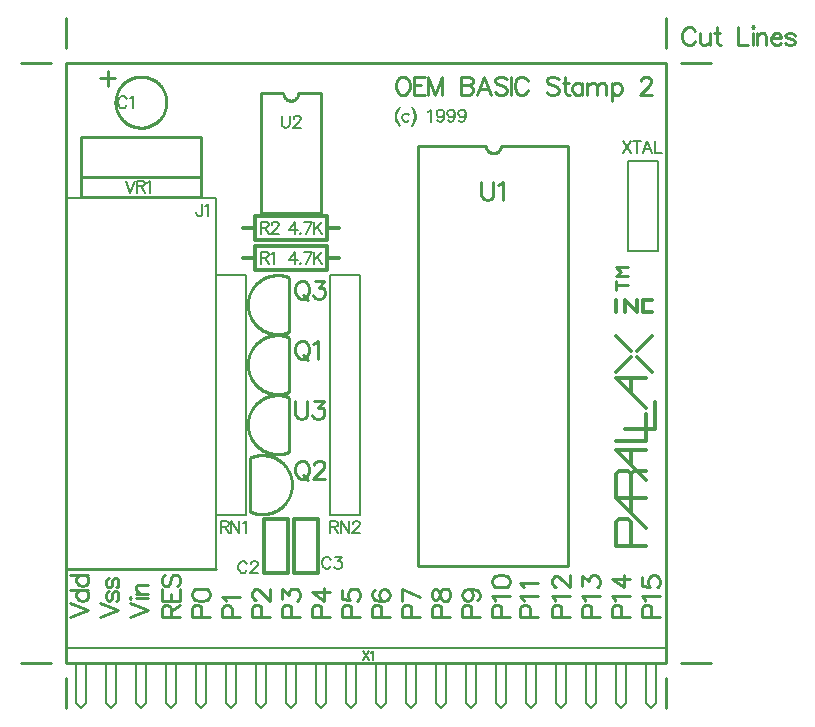
<source format=gto>
*%FSLAX24Y24*%
*%MOIN*%
G01*
%ADD11C,0.0010*%
%ADD12C,0.0050*%
%ADD13C,0.0060*%
%ADD14C,0.0072*%
%ADD15C,0.0073*%
%ADD16C,0.0080*%
%ADD17C,0.0100*%
%ADD18C,0.0120*%
%ADD19C,0.0260*%
%ADD20C,0.0300*%
%ADD21C,0.0350*%
%ADD22C,0.0380*%
%ADD23C,0.0450*%
%ADD24C,0.0500*%
%ADD25C,0.0530*%
%ADD26C,0.0550*%
%ADD27C,0.0580*%
%ADD28C,0.0620*%
%ADD29C,0.0660*%
%ADD30C,0.0700*%
%ADD31C,0.0750*%
%ADD32C,0.0780*%
%ADD33C,0.0830*%
%ADD34C,0.0950*%
%ADD35C,0.1400*%
%ADD36C,0.1800*%
%ADD37C,0.1880*%
%ADD38R,0.0620X0.0620*%
%ADD39R,0.0700X0.0700*%
G54D12*
X98480Y70720D02*
X98680Y70420D01*
X98480D02*
X98680Y70720D01*
X98747Y70663D02*
X98776Y70677D01*
X98819Y70720D01*
Y70420D01*
G54D13*
X99675Y88808D02*
X99713Y88846D01*
X99675Y88808D02*
X99637Y88751D01*
X99599Y88675D01*
X99580Y88579D01*
Y88503D01*
X99599Y88408D01*
X99637Y88332D01*
X99675Y88275D01*
X99713Y88237D01*
X99637Y88732D02*
X99675Y88808D01*
X99637Y88732D02*
X99618Y88675D01*
X99599Y88579D01*
Y88503D01*
X99618Y88408D01*
X99637Y88351D01*
X99675Y88275D01*
X100018Y88579D02*
X99980Y88618D01*
X99942Y88637D01*
X99885D01*
X99847Y88618D01*
X99809Y88579D01*
X99789Y88522D01*
Y88484D01*
X99809Y88427D01*
X99847Y88389D01*
X99885Y88370D01*
X99942D01*
X99980Y88389D01*
X100018Y88427D01*
X100142Y88808D02*
X100104Y88846D01*
X100142Y88808D02*
X100180Y88751D01*
X100218Y88675D01*
X100237Y88579D01*
Y88503D01*
X100218Y88408D01*
X100180Y88332D01*
X100142Y88275D01*
X100104Y88237D01*
X100180Y88732D02*
X100142Y88808D01*
X100180Y88732D02*
X100199Y88675D01*
X100218Y88579D01*
Y88503D01*
X100199Y88408D01*
X100180Y88351D01*
X100142Y88275D01*
X100648Y88694D02*
X100686Y88713D01*
X100744Y88770D01*
Y88370D01*
X101170Y88579D02*
X101189Y88637D01*
X101170Y88579D02*
X101132Y88541D01*
X101075Y88522D01*
X101056D01*
X100999Y88541D01*
X100961Y88579D01*
X100942Y88637D01*
Y88656D01*
X100961Y88713D01*
X100999Y88751D01*
X101056Y88770D01*
X101075D01*
X101132Y88751D01*
X101170Y88713D01*
X101189Y88637D01*
Y88541D01*
X101170Y88446D01*
X101132Y88389D01*
X101075Y88370D01*
X101037D01*
X100980Y88389D01*
X100961Y88427D01*
X101526Y88579D02*
X101545Y88637D01*
X101526Y88579D02*
X101488Y88541D01*
X101431Y88522D01*
X101412D01*
X101355Y88541D01*
X101317Y88579D01*
X101298Y88637D01*
Y88656D01*
X101317Y88713D01*
X101355Y88751D01*
X101412Y88770D01*
X101431D01*
X101488Y88751D01*
X101526Y88713D01*
X101545Y88637D01*
Y88541D01*
X101526Y88446D01*
X101488Y88389D01*
X101431Y88370D01*
X101393D01*
X101336Y88389D01*
X101317Y88427D01*
X101882Y88579D02*
X101901Y88637D01*
X101882Y88579D02*
X101844Y88541D01*
X101787Y88522D01*
X101768D01*
X101711Y88541D01*
X101673Y88579D01*
X101654Y88637D01*
Y88656D01*
X101673Y88713D01*
X101711Y88751D01*
X101768Y88770D01*
X101787D01*
X101844Y88751D01*
X101882Y88713D01*
X101901Y88637D01*
Y88541D01*
X101882Y88446D01*
X101844Y88389D01*
X101787Y88370D01*
X101749D01*
X101692Y88389D01*
X101673Y88427D01*
G54D16*
X93580Y85830D02*
X88580D01*
X93580D02*
Y73470D01*
X107330Y87070D02*
X108330D01*
Y84070D01*
X107330D02*
Y87070D01*
Y84070D02*
X108330D01*
X98380Y75270D02*
X97380D01*
Y83270D01*
X98380D01*
Y75270D01*
X94580D02*
X93580D01*
Y83270D01*
X94580D01*
Y75270D01*
X88580Y70820D02*
Y70320D01*
X108580D01*
Y70820D01*
X89080Y68820D02*
X88913Y68987D01*
X89080Y68820D02*
X89247Y68987D01*
Y70320D01*
X89913D02*
Y68987D01*
X90080Y68820D01*
X90247Y68987D01*
Y70320D01*
X90913D02*
Y68987D01*
X91080Y68820D01*
X91247Y68987D01*
Y70320D01*
X91913D02*
Y68987D01*
X92080Y68820D01*
X92247Y68987D01*
Y70320D01*
X92913D02*
Y68987D01*
X93080Y68820D01*
X93247Y68987D01*
Y70320D01*
X93913D02*
Y68987D01*
X94080Y68820D01*
X94247Y68987D01*
Y70320D01*
X94913D02*
Y68987D01*
X95080Y68820D01*
X95247Y68987D01*
Y70320D01*
X95913D02*
Y68987D01*
X96080Y68820D01*
X96247Y68987D01*
Y70320D01*
X96913D02*
Y68987D01*
X97080Y68820D01*
X97247Y68987D01*
Y70320D01*
X97913D02*
Y68987D01*
X98080Y68820D01*
X98247Y68987D01*
Y70320D01*
X98913D02*
Y68987D01*
X99080Y68820D01*
X99247Y68987D01*
Y70320D01*
X99913D02*
Y68987D01*
X100080Y68820D01*
X100247Y68987D01*
Y70320D01*
X100913D02*
Y68987D01*
X101080Y68820D01*
X101247Y68987D01*
Y70320D01*
X101913D02*
Y68987D01*
X102080Y68820D01*
X102247Y68987D01*
Y70320D01*
X102913D02*
Y68987D01*
X103080Y68820D01*
X103247Y68987D01*
Y70320D01*
X103913D02*
Y68987D01*
X104080Y68820D01*
X104247Y68987D01*
Y70320D01*
X104913D02*
Y68987D01*
X105080Y68820D01*
X105247Y68987D01*
Y70320D01*
X105913D02*
Y68987D01*
X106080Y68820D01*
X106247Y68987D01*
Y70320D01*
X106913D02*
Y68987D01*
X107080Y68820D01*
X107247Y68987D01*
Y70320D01*
X107913D02*
Y68987D01*
X108080Y68820D01*
X108247Y68987D01*
Y70320D01*
X89330Y70820D02*
X88580D01*
X89330D02*
X108580D01*
X88913Y70320D02*
Y68987D01*
X96020Y84763D02*
X96210Y85030D01*
X96306Y84763D02*
X96020D01*
X96210Y84630D02*
Y85030D01*
X96395Y84668D02*
X96376Y84649D01*
X96395Y84630D01*
X96414Y84649D01*
X96395Y84668D01*
X96578Y84630D02*
X96768Y85030D01*
X96502D01*
X96858D02*
Y84630D01*
Y84763D02*
X97125Y85030D01*
X96953Y84859D02*
X97125Y84630D01*
X95070Y84630D02*
Y85030D01*
X95241D01*
X95299Y85011D01*
X95318Y84992D01*
X95337Y84954D01*
Y84915D01*
X95318Y84877D01*
X95299Y84858D01*
X95241Y84839D01*
X95070D01*
X95203D02*
X95337Y84630D01*
X95445Y84935D02*
Y84954D01*
X95464Y84992D01*
X95483Y85011D01*
X95521Y85030D01*
X95598D01*
X95636Y85011D01*
X95655Y84992D01*
X95674Y84954D01*
Y84915D01*
X95655Y84877D01*
X95617Y84820D01*
X95426Y84630D01*
X95693D01*
X90732Y86000D02*
X90580Y86400D01*
X90885D02*
X90732Y86000D01*
X90936D02*
Y86400D01*
X91108D01*
X91165Y86381D01*
X91184Y86362D01*
X91203Y86324D01*
Y86285D01*
X91184Y86247D01*
X91165Y86228D01*
X91108Y86209D01*
X90936D01*
X91069D02*
X91203Y86000D01*
X91292Y86324D02*
X91330Y86343D01*
X91387Y86400D01*
Y86000D01*
X95780Y88284D02*
Y88570D01*
Y88284D02*
X95799Y88227D01*
X95837Y88189D01*
X95894Y88170D01*
X95932D01*
X95989Y88189D01*
X96028Y88227D01*
X96047Y88284D01*
Y88570D01*
X96176Y88494D02*
Y88475D01*
Y88494D02*
X96195Y88532D01*
X96214Y88551D01*
X96252Y88570D01*
X96328D01*
X96367Y88551D01*
X96386Y88532D01*
X96405Y88494D01*
Y88455D01*
X96386Y88417D01*
X96348Y88360D01*
X96157Y88170D01*
X96424D01*
X93120Y85620D02*
Y85315D01*
X93101Y85258D01*
X93082Y85239D01*
X93044Y85220D01*
X93006D01*
X92968Y85239D01*
X92949Y85258D01*
X92930Y85315D01*
Y85353D01*
X93223Y85544D02*
X93261Y85563D01*
X93318Y85620D01*
Y85220D01*
X107140Y87710D02*
X107407Y87310D01*
X107140D02*
X107407Y87710D01*
X107629D02*
Y87310D01*
X107496Y87710D02*
X107763D01*
X107963D02*
X108115Y87310D01*
X107810D02*
X107963Y87710D01*
X107867Y87443D02*
X108058D01*
X108208Y87310D02*
Y87710D01*
Y87310D02*
X108437D01*
X96210Y84030D02*
X96020Y83763D01*
X96306D01*
X96210Y83630D02*
Y84030D01*
X96395Y83668D02*
X96376Y83649D01*
X96395Y83630D01*
X96414Y83649D01*
X96395Y83668D01*
X96578Y83630D02*
X96768Y84030D01*
X96502D01*
X96858D02*
Y83630D01*
Y83763D02*
X97125Y84030D01*
X96953Y83859D02*
X97125Y83630D01*
X95070Y83630D02*
Y84030D01*
X95241D01*
X95299Y84011D01*
X95318Y83992D01*
X95337Y83954D01*
Y83915D01*
X95318Y83877D01*
X95299Y83858D01*
X95241Y83839D01*
X95070D01*
X95203D02*
X95337Y83630D01*
X95426Y83954D02*
X95464Y83973D01*
X95521Y84030D01*
Y83630D01*
X97390Y75060D02*
Y74660D01*
Y75060D02*
X97561D01*
X97619Y75041D01*
X97638Y75022D01*
X97657Y74984D01*
Y74945D01*
X97638Y74907D01*
X97619Y74888D01*
X97561Y74869D01*
X97390D01*
X97523D02*
X97657Y74660D01*
X97746D02*
Y75060D01*
X98013Y74660D01*
Y75060D01*
X98142Y74984D02*
Y74965D01*
Y74984D02*
X98161Y75022D01*
X98180Y75041D01*
X98218Y75060D01*
X98295D01*
X98333Y75041D01*
X98352Y75022D01*
X98371Y74984D01*
Y74945D01*
X98352Y74907D01*
X98314Y74850D01*
X98123Y74660D01*
X98390D01*
X93740D02*
Y75060D01*
X93911D01*
X93969Y75041D01*
X93988Y75022D01*
X94007Y74984D01*
Y74945D01*
X93988Y74907D01*
X93969Y74888D01*
X93911Y74869D01*
X93740D01*
X93873D02*
X94007Y74660D01*
X94096D02*
Y75060D01*
X94363Y74660D01*
Y75060D01*
X94473Y74984D02*
X94511Y75003D01*
X94568Y75060D01*
Y74660D01*
X90606Y89125D02*
X90587Y89163D01*
X90549Y89201D01*
X90510Y89220D01*
X90434D01*
X90396Y89201D01*
X90358Y89163D01*
X90339Y89125D01*
X90320Y89067D01*
Y88972D01*
X90339Y88915D01*
X90358Y88877D01*
X90396Y88839D01*
X90434Y88820D01*
X90510D01*
X90549Y88839D01*
X90587Y88877D01*
X90606Y88915D01*
X90718Y89144D02*
X90756Y89163D01*
X90813Y89220D01*
Y88820D01*
X97392Y73808D02*
X97411Y73770D01*
X97392Y73808D02*
X97354Y73846D01*
X97316Y73865D01*
X97240D01*
X97201Y73846D01*
X97163Y73808D01*
X97144Y73770D01*
X97125Y73713D01*
Y73618D01*
X97144Y73561D01*
X97163Y73522D01*
X97201Y73484D01*
X97240Y73465D01*
X97316D01*
X97354Y73484D01*
X97392Y73522D01*
X97411Y73561D01*
X97561Y73865D02*
X97771D01*
X97657Y73713D01*
X97714D01*
X97752Y73694D01*
X97771Y73675D01*
X97790Y73618D01*
Y73580D01*
X97771Y73522D01*
X97733Y73484D01*
X97676Y73465D01*
X97619D01*
X97561Y73484D01*
X97542Y73503D01*
X97523Y73541D01*
X94616Y73625D02*
X94597Y73663D01*
X94559Y73701D01*
X94520Y73720D01*
X94444D01*
X94406Y73701D01*
X94368Y73663D01*
X94349Y73625D01*
X94330Y73568D01*
Y73472D01*
X94349Y73415D01*
X94368Y73377D01*
X94406Y73339D01*
X94444Y73320D01*
X94520D01*
X94559Y73339D01*
X94597Y73377D01*
X94616Y73415D01*
X94747Y73625D02*
Y73644D01*
X94766Y73682D01*
X94785Y73701D01*
X94823Y73720D01*
X94899D01*
X94937Y73701D01*
X94957Y73682D01*
X94976Y73644D01*
Y73606D01*
X94957Y73568D01*
X94918Y73510D01*
X94728Y73320D01*
X94995D01*
G54D17*
X89080Y85870D02*
Y87870D01*
X93080D01*
Y86520D02*
X89080D01*
X93080Y85870D02*
Y87870D01*
Y85870D02*
X89080D01*
X100330Y87570D02*
Y73570D01*
X105330D01*
Y87570D01*
X103080D01*
X102580D02*
X100330D01*
X93580Y73470D02*
X88580D01*
Y85830D01*
X96030Y81170D02*
Y79370D01*
Y81370D02*
Y83170D01*
X94730Y77170D02*
Y75370D01*
X96030Y77370D02*
Y79170D01*
X88580Y70320D02*
X108580D01*
X88580D02*
Y90320D01*
X108580D01*
Y70320D01*
Y90820D02*
Y91820D01*
X109080Y90320D02*
X110080D01*
X107330Y83520D02*
X106930D01*
X107080Y83370D01*
X106930Y83220D01*
X107330D01*
X106930Y83070D02*
Y82770D01*
Y82920D02*
X107330D01*
X89980Y89570D02*
Y90070D01*
X89730Y89820D02*
X90230D01*
X109080Y70320D02*
X110080D01*
X108580Y69820D02*
Y68820D01*
X88080Y70320D02*
X87080D01*
X88580Y69820D02*
Y68820D01*
Y90820D02*
Y91820D01*
X88080Y90320D02*
X87080D01*
X95080Y89320D02*
X95830D01*
X96330D02*
X97080D01*
Y85320D01*
X95080D01*
Y89320D01*
X102430Y86370D02*
Y85941D01*
X102459Y85856D01*
X102516Y85798D01*
X102601Y85770D01*
X102659D01*
X102744Y85798D01*
X102801Y85856D01*
X102830Y85941D01*
Y86370D01*
X102996Y86255D02*
X103053Y86284D01*
X103138Y86370D01*
Y85770D01*
X104044Y72127D02*
Y71870D01*
Y72127D02*
X104016Y72213D01*
X103987Y72241D01*
X103930Y72270D01*
X103844D01*
X103787Y72241D01*
X103759Y72213D01*
X103730Y72127D01*
Y71870D01*
X104330D01*
X103844Y72404D02*
X103816Y72461D01*
X103730Y72547D01*
X104330D01*
X103844Y72844D02*
X103816Y72901D01*
X103730Y72987D01*
X104330D01*
X100094Y72127D02*
Y71870D01*
Y72127D02*
X100066Y72213D01*
X100037Y72241D01*
X99980Y72270D01*
X99894D01*
X99837Y72241D01*
X99809Y72213D01*
X99780Y72127D01*
Y71870D01*
X100380D01*
Y72518D02*
X99780Y72804D01*
Y72404D01*
X93094Y72127D02*
Y71870D01*
Y72127D02*
X93066Y72213D01*
X93037Y72241D01*
X92980Y72270D01*
X92894D01*
X92837Y72241D01*
X92809Y72213D01*
X92780Y72127D01*
Y71870D01*
X93380D01*
X92809Y72490D02*
X92780Y72576D01*
X92809Y72490D02*
X92894Y72433D01*
X93037Y72404D01*
X93123D01*
X93266Y72433D01*
X93351Y72490D01*
X93380Y72576D01*
Y72633D01*
X93351Y72718D01*
X93266Y72776D01*
X93123Y72804D01*
X93037D01*
X92894Y72776D01*
X92809Y72718D01*
X92780Y72633D01*
Y72576D01*
X96230Y78641D02*
Y79070D01*
Y78641D02*
X96259Y78556D01*
X96316Y78499D01*
X96401Y78470D01*
X96459D01*
X96544Y78499D01*
X96601Y78556D01*
X96630Y78641D01*
Y79070D01*
X96853D02*
X97167D01*
X96996Y78841D01*
X97081D01*
X97138Y78813D01*
X97167Y78784D01*
X97196Y78699D01*
Y78641D01*
X97167Y78556D01*
X97110Y78499D01*
X97024Y78470D01*
X96938D01*
X96853Y78499D01*
X96824Y78527D01*
X96796Y78584D01*
X96344Y83041D02*
X96401Y83070D01*
X96344Y83041D02*
X96287Y82984D01*
X96259Y82927D01*
X96230Y82841D01*
Y82699D01*
X96259Y82613D01*
X96287Y82556D01*
X96344Y82499D01*
X96401Y82470D01*
X96516D01*
X96573Y82499D01*
X96630Y82556D01*
X96658Y82613D01*
X96687Y82699D01*
Y82841D01*
X96658Y82927D01*
X96630Y82984D01*
X96573Y83041D01*
X96516Y83070D01*
X96401D01*
X96487Y82584D02*
X96658Y82413D01*
X96884Y83070D02*
X97198D01*
X97027Y82841D01*
X97113D01*
X97170Y82813D01*
X97198Y82784D01*
X97227Y82699D01*
Y82641D01*
X97198Y82556D01*
X97141Y82499D01*
X97056Y82470D01*
X96970D01*
X96884Y82499D01*
X96856Y82527D01*
X96827Y82584D01*
X96401Y77070D02*
X96344Y77041D01*
X96287Y76984D01*
X96259Y76927D01*
X96230Y76841D01*
Y76699D01*
X96259Y76613D01*
X96287Y76556D01*
X96344Y76499D01*
X96401Y76470D01*
X96516D01*
X96573Y76499D01*
X96630Y76556D01*
X96658Y76613D01*
X96687Y76699D01*
Y76841D01*
X96658Y76927D01*
X96630Y76984D01*
X96573Y77041D01*
X96516Y77070D01*
X96401D01*
X96487Y76584D02*
X96658Y76413D01*
X96856Y76927D02*
Y76956D01*
X96884Y77013D01*
X96913Y77041D01*
X96970Y77070D01*
X97084D01*
X97141Y77041D01*
X97170Y77013D01*
X97198Y76956D01*
Y76898D01*
X97170Y76841D01*
X97113Y76756D01*
X96827Y76470D01*
X97227D01*
X96344Y81041D02*
X96401Y81070D01*
X96344Y81041D02*
X96287Y80984D01*
X96259Y80927D01*
X96230Y80841D01*
Y80699D01*
X96259Y80613D01*
X96287Y80556D01*
X96344Y80499D01*
X96401Y80470D01*
X96516D01*
X96573Y80499D01*
X96630Y80556D01*
X96658Y80613D01*
X96687Y80699D01*
Y80841D01*
X96658Y80927D01*
X96630Y80984D01*
X96573Y81041D01*
X96516Y81070D01*
X96401D01*
X96487Y80584D02*
X96658Y80413D01*
X96827Y80956D02*
X96884Y80984D01*
X96970Y81070D01*
Y80470D01*
X109558Y91377D02*
X109530Y91434D01*
X109473Y91491D01*
X109416Y91520D01*
X109301D01*
X109244Y91491D01*
X109187Y91434D01*
X109159Y91377D01*
X109130Y91291D01*
Y91149D01*
X109159Y91063D01*
X109187Y91006D01*
X109244Y90949D01*
X109301Y90920D01*
X109416D01*
X109473Y90949D01*
X109530Y91006D01*
X109558Y91063D01*
X109727Y91034D02*
Y91320D01*
Y91034D02*
X109756Y90949D01*
X109813Y90920D01*
X109898D01*
X109956Y90949D01*
X110041Y91034D01*
Y90920D02*
Y91320D01*
X110284Y91520D02*
Y91034D01*
X110313Y90949D01*
X110370Y90920D01*
X110427D01*
X110398Y91320D02*
X110198D01*
X110984Y91520D02*
Y90920D01*
X111327D01*
X111478Y91491D02*
X111450Y91520D01*
X111478Y91491D02*
X111507Y91520D01*
X111478Y91548D01*
X111450Y91520D01*
X111478Y91320D02*
Y90920D01*
X111612D02*
Y91320D01*
X111698Y91291D02*
X111612Y91206D01*
X111698Y91291D02*
X111755Y91320D01*
X111841D01*
X111898Y91291D01*
X111927Y91206D01*
Y90920D01*
X112084Y91149D02*
X112426D01*
Y91206D01*
X112398Y91263D01*
X112369Y91291D01*
X112312Y91320D01*
X112226D01*
X112169Y91291D01*
X112112Y91234D01*
X112084Y91149D01*
Y91091D01*
X112112Y91006D01*
X112169Y90949D01*
X112226Y90920D01*
X112312D01*
X112369Y90949D01*
X112426Y91006D01*
X112869Y91234D02*
X112841Y91291D01*
X112755Y91320D01*
X112669D01*
X112584Y91291D01*
X112555Y91234D01*
X112584Y91177D01*
X112641Y91149D01*
X112784Y91120D01*
X112841Y91091D01*
X112869Y91034D01*
Y91006D01*
X112841Y90949D01*
X112755Y90920D01*
X112669D01*
X112584Y90949D01*
X112555Y91006D01*
X92380Y71870D02*
X91780D01*
Y72127D01*
X91809Y72213D01*
X91837Y72241D01*
X91894Y72270D01*
X91952D01*
X92009Y72241D01*
X92037Y72213D01*
X92066Y72127D01*
Y71870D01*
Y72070D02*
X92380Y72270D01*
X91780Y72404D02*
Y72776D01*
Y72404D02*
X92380D01*
Y72776D01*
X92066Y72633D02*
Y72404D01*
X91809Y73218D02*
X91866Y73275D01*
X91809Y73218D02*
X91780Y73133D01*
Y73018D01*
X91809Y72933D01*
X91866Y72876D01*
X91923D01*
X91980Y72904D01*
X92009Y72933D01*
X92037Y72990D01*
X92094Y73161D01*
X92123Y73218D01*
X92151Y73247D01*
X92209Y73275D01*
X92294D01*
X92351Y73218D01*
X92380Y73133D01*
Y73018D01*
X92351Y72933D01*
X92294Y72876D01*
X91330Y72099D02*
X90730Y71870D01*
Y72327D02*
X91330Y72099D01*
X90759Y72490D02*
X90730Y72461D01*
X90759Y72490D02*
X90730Y72518D01*
X90702Y72490D01*
X90730Y72461D01*
X90930Y72490D02*
X91330D01*
Y72624D02*
X90930D01*
X90959Y72710D02*
X91044Y72624D01*
X90959Y72710D02*
X90930Y72767D01*
Y72853D01*
X90959Y72910D01*
X91044Y72938D01*
X91330D01*
X90330Y72099D02*
X89730Y71870D01*
Y72327D02*
X90330Y72099D01*
X90016Y72718D02*
X89959Y72690D01*
X89930Y72604D01*
Y72518D01*
X89959Y72433D01*
X90016Y72404D01*
X90073Y72433D01*
X90101Y72490D01*
X90130Y72633D01*
X90159Y72690D01*
X90216Y72718D01*
X90244D01*
X90301Y72690D01*
X90330Y72604D01*
Y72518D01*
X90301Y72433D01*
X90244Y72404D01*
X89959Y73130D02*
X90016Y73158D01*
X89959Y73130D02*
X89930Y73044D01*
Y72958D01*
X89959Y72873D01*
X90016Y72844D01*
X90073Y72873D01*
X90101Y72930D01*
X90130Y73073D01*
X90159Y73130D01*
X90216Y73158D01*
X90244D01*
X90301Y73130D01*
X90330Y73044D01*
Y72958D01*
X90301Y72873D01*
X90244Y72844D01*
X89330Y72099D02*
X88730Y71870D01*
Y72327D02*
X89330Y72099D01*
Y72747D02*
X88730D01*
X88959Y72690D02*
X89016Y72747D01*
X88959Y72690D02*
X88930Y72633D01*
Y72547D01*
X88959Y72490D01*
X89016Y72433D01*
X89101Y72404D01*
X89159D01*
X89244Y72433D01*
X89301Y72490D01*
X89330Y72547D01*
Y72633D01*
X89301Y72690D01*
X89244Y72747D01*
X89330Y73250D02*
X88730D01*
X88959Y73193D02*
X89016Y73250D01*
X88959Y73193D02*
X88930Y73135D01*
Y73050D01*
X88959Y72993D01*
X89016Y72935D01*
X89101Y72907D01*
X89159D01*
X89244Y72935D01*
X89301Y72993D01*
X89330Y73050D01*
Y73135D01*
X89301Y73193D01*
X89244Y73250D01*
X94103Y72118D02*
Y71861D01*
Y72118D02*
X94075Y72204D01*
X94046Y72233D01*
X93989Y72261D01*
X93903D01*
X93846Y72233D01*
X93817Y72204D01*
X93789Y72118D01*
Y71861D01*
X94389D01*
X93903Y72395D02*
X93875Y72453D01*
X93789Y72538D01*
X94389D01*
X95094Y72127D02*
Y71870D01*
Y72127D02*
X95066Y72213D01*
X95037Y72241D01*
X94980Y72270D01*
X94894D01*
X94837Y72241D01*
X94809Y72213D01*
X94780Y72127D01*
Y71870D01*
X95380D01*
X94923Y72433D02*
X94894D01*
X94837Y72461D01*
X94809Y72490D01*
X94780Y72547D01*
Y72661D01*
X94809Y72718D01*
X94837Y72747D01*
X94894Y72776D01*
X94952D01*
X95009Y72747D01*
X95094Y72690D01*
X95380Y72404D01*
Y72804D01*
X96094Y72127D02*
Y71870D01*
Y72127D02*
X96066Y72213D01*
X96037Y72241D01*
X95980Y72270D01*
X95894D01*
X95837Y72241D01*
X95809Y72213D01*
X95780Y72127D01*
Y71870D01*
X96380D01*
X95780Y72461D02*
Y72776D01*
X96009Y72604D01*
Y72690D01*
X96037Y72747D01*
X96066Y72776D01*
X96151Y72804D01*
X96209D01*
X96294Y72776D01*
X96351Y72718D01*
X96380Y72633D01*
Y72547D01*
X96351Y72461D01*
X96323Y72433D01*
X96266Y72404D01*
X97094Y72127D02*
Y71870D01*
Y72127D02*
X97066Y72213D01*
X97037Y72241D01*
X96980Y72270D01*
X96894D01*
X96837Y72241D01*
X96809Y72213D01*
X96780Y72127D01*
Y71870D01*
X97380D01*
X97180Y72404D02*
X96780Y72690D01*
X97180Y72833D02*
Y72404D01*
X97380Y72690D02*
X96780D01*
X98094Y72127D02*
Y71870D01*
Y72127D02*
X98066Y72213D01*
X98037Y72241D01*
X97980Y72270D01*
X97894D01*
X97837Y72241D01*
X97809Y72213D01*
X97780Y72127D01*
Y71870D01*
X98380D01*
X97780Y72461D02*
Y72747D01*
Y72461D02*
X98037Y72433D01*
X98009Y72461D01*
X97980Y72547D01*
Y72633D01*
X98009Y72718D01*
X98066Y72776D01*
X98151Y72804D01*
X98209D01*
X98294Y72776D01*
X98351Y72718D01*
X98380Y72633D01*
Y72547D01*
X98351Y72461D01*
X98323Y72433D01*
X98266Y72404D01*
X99094Y72127D02*
Y71870D01*
Y72127D02*
X99066Y72213D01*
X99037Y72241D01*
X98980Y72270D01*
X98894D01*
X98837Y72241D01*
X98809Y72213D01*
X98780Y72127D01*
Y71870D01*
X99380D01*
X98866Y72747D02*
X98809Y72718D01*
X98780Y72633D01*
Y72576D01*
X98809Y72490D01*
X98894Y72433D01*
X99037Y72404D01*
X99180D01*
X99294Y72433D01*
X99351Y72490D01*
X99380Y72576D01*
Y72604D01*
X99351Y72690D01*
X99294Y72747D01*
X99209Y72776D01*
X99180D01*
X99094Y72747D01*
X99037Y72690D01*
X99009Y72604D01*
Y72576D01*
X99037Y72490D01*
X99094Y72433D01*
X99180Y72404D01*
X101094Y72127D02*
Y71870D01*
Y72127D02*
X101066Y72213D01*
X101037Y72241D01*
X100980Y72270D01*
X100894D01*
X100837Y72241D01*
X100809Y72213D01*
X100780Y72127D01*
Y71870D01*
X101380D01*
X100809Y72461D02*
X100780Y72547D01*
X100809Y72461D02*
X100866Y72433D01*
X100923D01*
X100980Y72461D01*
X101009Y72518D01*
X101037Y72633D01*
X101066Y72718D01*
X101123Y72776D01*
X101180Y72804D01*
X101266D01*
X101323Y72776D01*
X101351Y72747D01*
X101380Y72661D01*
Y72547D01*
X101351Y72461D01*
X101323Y72433D01*
X101266Y72404D01*
X101180D01*
X101123Y72433D01*
X101066Y72490D01*
X101037Y72576D01*
X101009Y72690D01*
X100980Y72747D01*
X100923Y72776D01*
X100866D01*
X100809Y72747D01*
X100780Y72661D01*
Y72547D01*
X102094Y72127D02*
Y71870D01*
Y72127D02*
X102066Y72213D01*
X102037Y72241D01*
X101980Y72270D01*
X101894D01*
X101837Y72241D01*
X101809Y72213D01*
X101780Y72127D01*
Y71870D01*
X102380D01*
X102066Y72747D02*
X101980Y72776D01*
X102066Y72747D02*
X102123Y72690D01*
X102151Y72604D01*
Y72576D01*
X102123Y72490D01*
X102066Y72433D01*
X101980Y72404D01*
X101952D01*
X101866Y72433D01*
X101809Y72490D01*
X101780Y72576D01*
Y72604D01*
X101809Y72690D01*
X101866Y72747D01*
X101980Y72776D01*
X102123D01*
X102266Y72747D01*
X102351Y72690D01*
X102380Y72604D01*
Y72547D01*
X102351Y72461D01*
X102294Y72433D01*
X103094Y72127D02*
Y71870D01*
Y72127D02*
X103066Y72213D01*
X103037Y72241D01*
X102980Y72270D01*
X102894D01*
X102837Y72241D01*
X102809Y72213D01*
X102780Y72127D01*
Y71870D01*
X103380D01*
X102894Y72404D02*
X102866Y72461D01*
X102780Y72547D01*
X103380D01*
X102809Y72930D02*
X102780Y73015D01*
X102809Y72930D02*
X102894Y72873D01*
X103037Y72844D01*
X103123D01*
X103266Y72873D01*
X103351Y72930D01*
X103380Y73015D01*
Y73073D01*
X103351Y73158D01*
X103266Y73215D01*
X103123Y73244D01*
X103037D01*
X102894Y73215D01*
X102809Y73158D01*
X102780Y73073D01*
Y73015D01*
X105094Y72127D02*
Y71870D01*
Y72127D02*
X105066Y72213D01*
X105037Y72241D01*
X104980Y72270D01*
X104894D01*
X104837Y72241D01*
X104809Y72213D01*
X104780Y72127D01*
Y71870D01*
X105380D01*
X104894Y72404D02*
X104866Y72461D01*
X104780Y72547D01*
X105380D01*
X104923Y72873D02*
X104894D01*
X104837Y72901D01*
X104809Y72930D01*
X104780Y72987D01*
Y73101D01*
X104809Y73158D01*
X104837Y73187D01*
X104894Y73215D01*
X104952D01*
X105009Y73187D01*
X105094Y73130D01*
X105380Y72844D01*
Y73244D01*
X106094Y72127D02*
Y71870D01*
Y72127D02*
X106066Y72213D01*
X106037Y72241D01*
X105980Y72270D01*
X105894D01*
X105837Y72241D01*
X105809Y72213D01*
X105780Y72127D01*
Y71870D01*
X106380D01*
X105894Y72404D02*
X105866Y72461D01*
X105780Y72547D01*
X106380D01*
X105780Y72901D02*
Y73215D01*
X106009Y73044D01*
Y73130D01*
X106037Y73187D01*
X106066Y73215D01*
X106151Y73244D01*
X106209D01*
X106294Y73215D01*
X106351Y73158D01*
X106380Y73073D01*
Y72987D01*
X106351Y72901D01*
X106323Y72873D01*
X106266Y72844D01*
X107094Y72127D02*
Y71870D01*
Y72127D02*
X107066Y72213D01*
X107037Y72241D01*
X106980Y72270D01*
X106894D01*
X106837Y72241D01*
X106809Y72213D01*
X106780Y72127D01*
Y71870D01*
X107380D01*
X106894Y72404D02*
X106866Y72461D01*
X106780Y72547D01*
X107380D01*
X107180Y72844D02*
X106780Y73130D01*
X107180Y73273D02*
Y72844D01*
X107380Y73130D02*
X106780D01*
X108094Y72127D02*
Y71870D01*
Y72127D02*
X108066Y72213D01*
X108037Y72241D01*
X107980Y72270D01*
X107894D01*
X107837Y72241D01*
X107809Y72213D01*
X107780Y72127D01*
Y71870D01*
X108380D01*
X107894Y72404D02*
X107866Y72461D01*
X107780Y72547D01*
X108380D01*
X107780Y72901D02*
Y73187D01*
Y72901D02*
X108037Y72873D01*
X108009Y72901D01*
X107980Y72987D01*
Y73073D01*
X108009Y73158D01*
X108066Y73215D01*
X108151Y73244D01*
X108209D01*
X108294Y73215D01*
X108351Y73158D01*
X108380Y73073D01*
Y72987D01*
X108351Y72901D01*
X108323Y72873D01*
X108266Y72844D01*
X99751Y89870D02*
X99694Y89841D01*
X99637Y89784D01*
X99609Y89727D01*
X99580Y89641D01*
Y89499D01*
X99609Y89413D01*
X99637Y89356D01*
X99694Y89299D01*
X99751Y89270D01*
X99866D01*
X99923Y89299D01*
X99980Y89356D01*
X100008Y89413D01*
X100037Y89499D01*
Y89641D01*
X100008Y89727D01*
X99980Y89784D01*
X99923Y89841D01*
X99866Y89870D01*
X99751D01*
X100177D02*
X100548D01*
X100177D02*
Y89270D01*
X100548D01*
X100406Y89584D02*
X100177D01*
X100648Y89870D02*
Y89270D01*
X100877D02*
X100648Y89870D01*
X101105D02*
X100877Y89270D01*
X101105D02*
Y89870D01*
X101748D02*
Y89270D01*
Y89870D02*
X102005D01*
X102091Y89841D01*
X102119Y89813D01*
X102148Y89756D01*
Y89698D01*
X102119Y89641D01*
X102091Y89613D01*
X102005Y89584D01*
X101748D01*
X102005D02*
X102091Y89556D01*
X102119Y89527D01*
X102148Y89470D01*
Y89384D01*
X102119Y89327D01*
X102091Y89299D01*
X102005Y89270D01*
X101748D01*
X102511Y89870D02*
X102739Y89270D01*
X102282D02*
X102511Y89870D01*
X102368Y89470D02*
X102654D01*
X103222Y89841D02*
X103279Y89784D01*
X103222Y89841D02*
X103136Y89870D01*
X103022D01*
X102936Y89841D01*
X102879Y89784D01*
Y89727D01*
X102908Y89670D01*
X102936Y89641D01*
X102994Y89613D01*
X103165Y89556D01*
X103222Y89527D01*
X103251Y89499D01*
X103279Y89441D01*
Y89356D01*
X103222Y89299D01*
X103136Y89270D01*
X103022D01*
X102936Y89299D01*
X102879Y89356D01*
X103413Y89270D02*
Y89870D01*
X103939Y89784D02*
X103968Y89727D01*
X103939Y89784D02*
X103882Y89841D01*
X103825Y89870D01*
X103711D01*
X103653Y89841D01*
X103596Y89784D01*
X103568Y89727D01*
X103539Y89641D01*
Y89499D01*
X103568Y89413D01*
X103596Y89356D01*
X103653Y89299D01*
X103711Y89270D01*
X103825D01*
X103882Y89299D01*
X103939Y89356D01*
X103968Y89413D01*
X104950Y89841D02*
X105007Y89784D01*
X104950Y89841D02*
X104865Y89870D01*
X104750D01*
X104665Y89841D01*
X104607Y89784D01*
Y89727D01*
X104636Y89670D01*
X104665Y89641D01*
X104722Y89613D01*
X104893Y89556D01*
X104950Y89527D01*
X104979Y89499D01*
X105007Y89441D01*
Y89356D01*
X104950Y89299D01*
X104865Y89270D01*
X104750D01*
X104665Y89299D01*
X104607Y89356D01*
X105227Y89384D02*
Y89870D01*
Y89384D02*
X105256Y89299D01*
X105313Y89270D01*
X105370D01*
X105342Y89670D02*
X105142D01*
X105799D02*
Y89270D01*
Y89584D02*
X105742Y89641D01*
X105684Y89670D01*
X105599D01*
X105542Y89641D01*
X105484Y89584D01*
X105456Y89499D01*
Y89441D01*
X105484Y89356D01*
X105542Y89299D01*
X105599Y89270D01*
X105684D01*
X105742Y89299D01*
X105799Y89356D01*
X105959Y89270D02*
Y89670D01*
X106044Y89641D02*
X105959Y89556D01*
X106044Y89641D02*
X106101Y89670D01*
X106187D01*
X106244Y89641D01*
X106273Y89556D01*
Y89270D01*
Y89556D02*
X106359Y89641D01*
X106416Y89670D01*
X106501D01*
X106559Y89641D01*
X106587Y89556D01*
Y89270D01*
X106776Y89070D02*
Y89670D01*
X106833Y89641D02*
X106776Y89584D01*
X106833Y89641D02*
X106890Y89670D01*
X106976D01*
X107033Y89641D01*
X107090Y89584D01*
X107118Y89499D01*
Y89441D01*
X107090Y89356D01*
X107033Y89299D01*
X106976Y89270D01*
X106890D01*
X106833Y89299D01*
X106776Y89356D01*
X107747Y89727D02*
Y89756D01*
X107775Y89813D01*
X107804Y89841D01*
X107861Y89870D01*
X107975D01*
X108032Y89841D01*
X108061Y89813D01*
X108090Y89756D01*
Y89698D01*
X108061Y89641D01*
X108004Y89556D01*
X107718Y89270D01*
X108118D01*
X103080Y87570D02*
X103078Y87537D01*
X103071Y87505D01*
X103061Y87474D01*
X103047Y87445D01*
X103028Y87418D01*
X103007Y87393D01*
X102982Y87372D01*
X102955Y87353D01*
X102926Y87339D01*
X102895Y87329D01*
X102863Y87322D01*
X102830Y87320D01*
X102797Y87322D01*
X102765Y87329D01*
X102734Y87339D01*
X102705Y87353D01*
X102678Y87372D01*
X102653Y87393D01*
X102632Y87418D01*
X102613Y87445D01*
X102599Y87474D01*
X102589Y87505D01*
X102582Y87537D01*
X102580Y87570D01*
X96030Y81170D02*
X95999Y81183D01*
X95968Y81195D01*
X95936Y81206D01*
X95904Y81216D01*
X95872Y81225D01*
X95839Y81232D01*
X95807Y81239D01*
X95773Y81244D01*
X95740Y81249D01*
X95707Y81252D01*
X95674Y81254D01*
X95640Y81255D01*
X95607Y81255D01*
X95573Y81253D01*
X95540Y81251D01*
X95506Y81247D01*
X95473Y81242D01*
X95440Y81236D01*
X95408Y81229D01*
X95375Y81221D01*
X95343Y81212D01*
X95311Y81202D01*
X95280Y81190D01*
X95248Y81178D01*
X95218Y81164D01*
X95188Y81150D01*
X95158Y81134D01*
X95129Y81118D01*
X95100Y81100D01*
X95072Y81082D01*
X95045Y81062D01*
X95019Y81042D01*
X94993Y81021D01*
X94968Y80999D01*
X94943Y80976D01*
X94920Y80952D01*
X94897Y80928D01*
X94875Y80902D01*
X94854Y80876D01*
X94834Y80849D01*
X94814Y80822D01*
X94796Y80794D01*
X94779Y80765D01*
X94762Y80736D01*
X94747Y80706D01*
X94733Y80676D01*
X94719Y80645D01*
X94707Y80614D01*
X94696Y80583D01*
X94686Y80551D01*
X94677Y80518D01*
X94669Y80486D01*
X94662Y80453D01*
X94657Y80420D01*
X94652Y80387D01*
X94649Y80354D01*
X94646Y80320D01*
X94645Y80287D01*
Y80253D01*
X94646Y80220D01*
X94649Y80186D01*
X94652Y80153D01*
X94657Y80120D01*
X94662Y80087D01*
X94669Y80054D01*
X94677Y80022D01*
X94686Y79989D01*
X94696Y79957D01*
X94707Y79926D01*
X94719Y79895D01*
X94733Y79864D01*
X94747Y79834D01*
X94762Y79804D01*
X94779Y79775D01*
X94796Y79746D01*
X94814Y79718D01*
X94834Y79691D01*
X94854Y79664D01*
X94875Y79638D01*
X94897Y79612D01*
X94920Y79588D01*
X94943Y79564D01*
X94968Y79541D01*
X94993Y79519D01*
X95019Y79498D01*
X95045Y79478D01*
X95072Y79458D01*
X95100Y79440D01*
X95129Y79422D01*
X95158Y79406D01*
X95188Y79390D01*
X95218Y79376D01*
X95248Y79362D01*
X95280Y79350D01*
X95311Y79338D01*
X95343Y79328D01*
X95375Y79319D01*
X95408Y79311D01*
X95440Y79304D01*
X95473Y79298D01*
X95506Y79293D01*
X95540Y79289D01*
X95573Y79287D01*
X95607Y79285D01*
X95640Y79285D01*
X95674Y79286D01*
X95707Y79288D01*
X95740Y79291D01*
X95773Y79296D01*
X95807Y79301D01*
X95839Y79308D01*
X95872Y79315D01*
X95904Y79324D01*
X95936Y79334D01*
X95968Y79345D01*
X95999Y79357D01*
X96030Y79370D01*
Y81370D02*
X95999Y81357D01*
X95968Y81345D01*
X95936Y81334D01*
X95904Y81324D01*
X95872Y81315D01*
X95839Y81308D01*
X95807Y81301D01*
X95773Y81296D01*
X95740Y81291D01*
X95707Y81288D01*
X95674Y81286D01*
X95640Y81285D01*
X95607Y81285D01*
X95573Y81287D01*
X95540Y81289D01*
X95506Y81293D01*
X95473Y81298D01*
X95440Y81304D01*
X95408Y81311D01*
X95375Y81319D01*
X95343Y81328D01*
X95311Y81338D01*
X95280Y81350D01*
X95248Y81362D01*
X95218Y81376D01*
X95188Y81390D01*
X95158Y81406D01*
X95129Y81422D01*
X95100Y81440D01*
X95072Y81458D01*
X95045Y81478D01*
X95019Y81498D01*
X94993Y81519D01*
X94968Y81541D01*
X94943Y81564D01*
X94920Y81588D01*
X94897Y81612D01*
X94875Y81638D01*
X94854Y81664D01*
X94834Y81691D01*
X94814Y81718D01*
X94796Y81746D01*
X94779Y81775D01*
X94762Y81804D01*
X94747Y81834D01*
X94733Y81864D01*
X94719Y81895D01*
X94707Y81926D01*
X94696Y81957D01*
X94686Y81989D01*
X94677Y82022D01*
X94669Y82054D01*
X94662Y82087D01*
X94657Y82120D01*
X94652Y82153D01*
X94649Y82186D01*
X94646Y82220D01*
X94645Y82253D01*
Y82287D01*
X94646Y82320D01*
X94649Y82354D01*
X94652Y82387D01*
X94657Y82420D01*
X94662Y82453D01*
X94669Y82486D01*
X94677Y82518D01*
X94686Y82551D01*
X94696Y82583D01*
X94707Y82614D01*
X94719Y82645D01*
X94733Y82676D01*
X94747Y82706D01*
X94762Y82736D01*
X94779Y82765D01*
X94796Y82794D01*
X94814Y82822D01*
X94834Y82849D01*
X94854Y82876D01*
X94875Y82902D01*
X94897Y82928D01*
X94920Y82952D01*
X94943Y82976D01*
X94968Y82999D01*
X94993Y83021D01*
X95019Y83042D01*
X95045Y83062D01*
X95072Y83082D01*
X95100Y83100D01*
X95129Y83118D01*
X95158Y83134D01*
X95188Y83150D01*
X95218Y83165D01*
X95248Y83178D01*
X95280Y83190D01*
X95311Y83202D01*
X95343Y83212D01*
X95375Y83221D01*
X95408Y83229D01*
X95440Y83236D01*
X95473Y83242D01*
X95506Y83247D01*
X95540Y83251D01*
X95573Y83253D01*
X95607Y83255D01*
X95640Y83255D01*
X95674Y83254D01*
X95707Y83252D01*
X95740Y83249D01*
X95773Y83244D01*
X95807Y83239D01*
X95839Y83232D01*
X95872Y83225D01*
X95904Y83216D01*
X95936Y83206D01*
X95968Y83195D01*
X95999Y83183D01*
X96030Y83170D01*
X94730Y77170D02*
X94761Y77183D01*
X94792Y77195D01*
X94824Y77206D01*
X94856Y77216D01*
X94888Y77225D01*
X94921Y77232D01*
X94953Y77239D01*
X94987Y77244D01*
X95020Y77249D01*
X95053Y77252D01*
X95086Y77254D01*
X95120Y77255D01*
X95153Y77255D01*
X95187Y77253D01*
X95220Y77251D01*
X95254Y77247D01*
X95287Y77242D01*
X95320Y77236D01*
X95352Y77229D01*
X95385Y77221D01*
X95417Y77212D01*
X95449Y77202D01*
X95480Y77190D01*
X95512Y77178D01*
X95542Y77164D01*
X95572Y77150D01*
X95602Y77134D01*
X95631Y77118D01*
X95660Y77100D01*
X95688Y77082D01*
X95715Y77062D01*
X95741Y77042D01*
X95767Y77021D01*
X95792Y76999D01*
X95817Y76976D01*
X95840Y76952D01*
X95863Y76928D01*
X95885Y76902D01*
X95906Y76876D01*
X95926Y76849D01*
X95946Y76822D01*
X95964Y76794D01*
X95981Y76765D01*
X95998Y76736D01*
X96013Y76706D01*
X96027Y76676D01*
X96041Y76645D01*
X96053Y76614D01*
X96064Y76583D01*
X96074Y76551D01*
X96083Y76518D01*
X96091Y76486D01*
X96098Y76453D01*
X96103Y76420D01*
X96108Y76387D01*
X96111Y76354D01*
X96114Y76320D01*
X96115Y76287D01*
Y76253D01*
X96114Y76220D01*
X96111Y76186D01*
X96108Y76153D01*
X96103Y76120D01*
X96098Y76087D01*
X96091Y76054D01*
X96083Y76022D01*
X96074Y75989D01*
X96064Y75957D01*
X96053Y75926D01*
X96041Y75895D01*
X96027Y75864D01*
X96013Y75834D01*
X95998Y75804D01*
X95981Y75775D01*
X95964Y75746D01*
X95946Y75718D01*
X95926Y75691D01*
X95906Y75664D01*
X95885Y75638D01*
X95863Y75612D01*
X95840Y75588D01*
X95817Y75564D01*
X95792Y75541D01*
X95767Y75519D01*
X95741Y75498D01*
X95715Y75478D01*
X95688Y75458D01*
X95660Y75440D01*
X95631Y75422D01*
X95602Y75406D01*
X95572Y75390D01*
X95542Y75376D01*
X95512Y75362D01*
X95480Y75350D01*
X95449Y75338D01*
X95417Y75328D01*
X95385Y75319D01*
X95352Y75311D01*
X95320Y75304D01*
X95287Y75298D01*
X95254Y75293D01*
X95220Y75289D01*
X95187Y75287D01*
X95153Y75285D01*
X95120Y75285D01*
X95086Y75286D01*
X95053Y75288D01*
X95020Y75291D01*
X94987Y75296D01*
X94953Y75301D01*
X94921Y75308D01*
X94888Y75315D01*
X94856Y75324D01*
X94824Y75334D01*
X94792Y75345D01*
X94761Y75357D01*
X94730Y75370D01*
X96030Y77370D02*
X95999Y77357D01*
X95968Y77345D01*
X95936Y77334D01*
X95904Y77324D01*
X95872Y77315D01*
X95839Y77308D01*
X95807Y77301D01*
X95773Y77296D01*
X95740Y77291D01*
X95707Y77288D01*
X95674Y77286D01*
X95640Y77285D01*
X95607Y77285D01*
X95573Y77287D01*
X95540Y77289D01*
X95506Y77293D01*
X95473Y77298D01*
X95440Y77304D01*
X95408Y77311D01*
X95375Y77319D01*
X95343Y77328D01*
X95311Y77338D01*
X95280Y77350D01*
X95248Y77362D01*
X95218Y77376D01*
X95188Y77390D01*
X95158Y77406D01*
X95129Y77422D01*
X95100Y77440D01*
X95072Y77458D01*
X95045Y77478D01*
X95019Y77498D01*
X94993Y77519D01*
X94968Y77541D01*
X94943Y77564D01*
X94920Y77588D01*
X94897Y77612D01*
X94875Y77638D01*
X94854Y77664D01*
X94834Y77691D01*
X94814Y77718D01*
X94796Y77746D01*
X94779Y77775D01*
X94762Y77804D01*
X94747Y77834D01*
X94733Y77864D01*
X94719Y77895D01*
X94707Y77926D01*
X94696Y77957D01*
X94686Y77989D01*
X94677Y78022D01*
X94669Y78054D01*
X94662Y78087D01*
X94657Y78120D01*
X94652Y78153D01*
X94649Y78186D01*
X94646Y78220D01*
X94645Y78253D01*
Y78287D01*
X94646Y78320D01*
X94649Y78354D01*
X94652Y78387D01*
X94657Y78420D01*
X94662Y78453D01*
X94669Y78486D01*
X94677Y78518D01*
X94686Y78551D01*
X94696Y78583D01*
X94707Y78614D01*
X94719Y78645D01*
X94733Y78676D01*
X94747Y78706D01*
X94762Y78736D01*
X94779Y78765D01*
X94796Y78794D01*
X94814Y78822D01*
X94834Y78849D01*
X94854Y78876D01*
X94875Y78902D01*
X94897Y78928D01*
X94920Y78952D01*
X94943Y78976D01*
X94968Y78999D01*
X94993Y79021D01*
X95019Y79042D01*
X95045Y79062D01*
X95072Y79082D01*
X95100Y79100D01*
X95129Y79118D01*
X95158Y79134D01*
X95188Y79150D01*
X95218Y79164D01*
X95248Y79178D01*
X95280Y79190D01*
X95311Y79202D01*
X95343Y79212D01*
X95375Y79221D01*
X95408Y79229D01*
X95440Y79236D01*
X95473Y79242D01*
X95506Y79247D01*
X95540Y79251D01*
X95573Y79253D01*
X95607Y79255D01*
X95640Y79255D01*
X95674Y79254D01*
X95707Y79252D01*
X95740Y79249D01*
X95773Y79244D01*
X95807Y79239D01*
X95839Y79232D01*
X95872Y79225D01*
X95904Y79216D01*
X95936Y79206D01*
X95968Y79195D01*
X95999Y79183D01*
X96030Y79170D01*
X91930Y89020D02*
X91929Y88986D01*
X91927Y88953D01*
X91924Y88919D01*
X91919Y88886D01*
X91913Y88853D01*
X91906Y88820D01*
X91898Y88788D01*
X91888Y88756D01*
X91877Y88724D01*
X91864Y88693D01*
X91851Y88662D01*
X91836Y88632D01*
X91820Y88602D01*
X91803Y88573D01*
X91785Y88545D01*
X91766Y88518D01*
X91745Y88491D01*
X91724Y88465D01*
X91701Y88440D01*
X91678Y88416D01*
X91654Y88393D01*
X91629Y88371D01*
X91602Y88350D01*
X91576Y88329D01*
X91548Y88310D01*
X91519Y88292D01*
X91490Y88276D01*
X91461Y88260D01*
X91430Y88246D01*
X91399Y88232D01*
X91368Y88220D01*
X91336Y88210D01*
X91304Y88200D01*
X91271Y88192D01*
X91239Y88185D01*
X91205Y88179D01*
X91172Y88175D01*
X91139Y88172D01*
X91105Y88170D01*
X91072Y88170D01*
X91038Y88171D01*
X91005Y88173D01*
X90971Y88177D01*
X90938Y88182D01*
X90905Y88188D01*
X90872Y88196D01*
X90840Y88205D01*
X90808Y88215D01*
X90776Y88226D01*
X90745Y88239D01*
X90714Y88253D01*
X90684Y88268D01*
X90655Y88284D01*
X90626Y88301D01*
X90598Y88320D01*
X90571Y88339D01*
X90544Y88360D01*
X90519Y88382D01*
X90494Y88404D01*
X90470Y88428D01*
X90447Y88452D01*
X90425Y88478D01*
X90404Y88504D01*
X90385Y88531D01*
X90366Y88559D01*
X90348Y88588D01*
X90332Y88617D01*
X90316Y88647D01*
X90302Y88677D01*
X90289Y88708D01*
X90278Y88740D01*
X90267Y88772D01*
X90258Y88804D01*
X90250Y88837D01*
X90243Y88870D01*
X90238Y88903D01*
X90234Y88936D01*
X90231Y88970D01*
X90230Y89003D01*
Y89037D01*
X90231Y89070D01*
X90234Y89104D01*
X90238Y89137D01*
X90243Y89170D01*
X90250Y89203D01*
X90258Y89236D01*
X90267Y89268D01*
X90278Y89300D01*
X90289Y89332D01*
X90302Y89363D01*
X90316Y89393D01*
X90332Y89423D01*
X90348Y89452D01*
X90366Y89481D01*
X90385Y89509D01*
X90404Y89536D01*
X90425Y89562D01*
X90447Y89588D01*
X90470Y89612D01*
X90494Y89636D01*
X90519Y89658D01*
X90544Y89680D01*
X90571Y89701D01*
X90598Y89720D01*
X90626Y89739D01*
X90655Y89756D01*
X90684Y89772D01*
X90714Y89787D01*
X90745Y89801D01*
X90776Y89814D01*
X90808Y89825D01*
X90840Y89835D01*
X90872Y89844D01*
X90905Y89852D01*
X90938Y89858D01*
X90971Y89863D01*
X91005Y89867D01*
X91038Y89869D01*
X91072Y89870D01*
X91105Y89870D01*
X91139Y89868D01*
X91172Y89865D01*
X91205Y89861D01*
X91239Y89855D01*
X91271Y89848D01*
X91304Y89840D01*
X91336Y89830D01*
X91368Y89820D01*
X91399Y89808D01*
X91430Y89794D01*
X91461Y89780D01*
X91490Y89764D01*
X91519Y89748D01*
X91548Y89730D01*
X91576Y89711D01*
X91602Y89690D01*
X91629Y89669D01*
X91654Y89647D01*
X91678Y89624D01*
X91701Y89600D01*
X91724Y89575D01*
X91745Y89549D01*
X91766Y89522D01*
X91785Y89495D01*
X91803Y89467D01*
X91820Y89438D01*
X91836Y89408D01*
X91851Y89378D01*
X91864Y89347D01*
X91877Y89316D01*
X91888Y89284D01*
X91898Y89252D01*
X91906Y89220D01*
X91913Y89187D01*
X91919Y89154D01*
X91924Y89121D01*
X91927Y89087D01*
X91929Y89054D01*
X91930Y89020D01*
X95830Y89320D02*
X95832Y89287D01*
X95839Y89255D01*
X95849Y89224D01*
X95863Y89195D01*
X95882Y89168D01*
X95903Y89143D01*
X95928Y89122D01*
X95955Y89103D01*
X95984Y89089D01*
X96015Y89079D01*
X96047Y89072D01*
X96080Y89070D01*
X96113Y89072D01*
X96145Y89079D01*
X96176Y89089D01*
X96205Y89103D01*
X96232Y89122D01*
X96257Y89143D01*
X96278Y89168D01*
X96297Y89195D01*
X96311Y89224D01*
X96321Y89255D01*
X96328Y89287D01*
X96330Y89320D01*
G54D18*
X94880Y84820D02*
X94480D01*
X97280D02*
X97680D01*
X97280Y85220D02*
X94880D01*
Y84420D01*
X97280D01*
Y85220D01*
Y83820D02*
X97680D01*
X94880D02*
X94480D01*
X94880Y83420D02*
X97280D01*
Y84220D01*
X94880D01*
Y83420D01*
X106930Y75020D02*
Y74220D01*
X107430D02*
Y75020D01*
X107330Y75120D01*
X107030D01*
X106930Y75020D01*
Y75820D02*
X107930Y74820D01*
Y75820D02*
X106930D01*
X107430D02*
Y75320D01*
X106930Y75820D02*
Y76620D01*
X107030Y76720D01*
X107330D01*
X107430Y76620D01*
Y75820D01*
Y76620D02*
X107530Y76720D01*
X107930D01*
Y76420D02*
X106930Y77420D01*
X107930D01*
X107430D02*
Y76920D01*
X106930Y77720D02*
X107930D01*
Y78620D01*
X108230Y78120D02*
X107230D01*
X108230D02*
Y79020D01*
X107930Y78820D02*
X106930Y79820D01*
X107930D01*
X107430D02*
Y79320D01*
X106930Y80020D02*
X107430Y80520D01*
X107630D02*
X108130Y80020D01*
X107430Y80720D02*
X106930Y81220D01*
X107630Y80720D02*
X108130Y81220D01*
X106930Y82020D02*
Y82420D01*
X107230D02*
Y82020D01*
Y82420D02*
X107630Y82020D01*
Y82420D01*
X107830D02*
Y82020D01*
X108130D01*
Y82420D02*
X107830D01*
X107930Y74220D02*
X106930D01*
X96980Y73320D02*
X96180D01*
Y75120D01*
X96980D01*
Y73320D01*
X95980D02*
X95180D01*
Y75120D01*
X95980D01*
Y73320D01*
D02*
M02*

</source>
